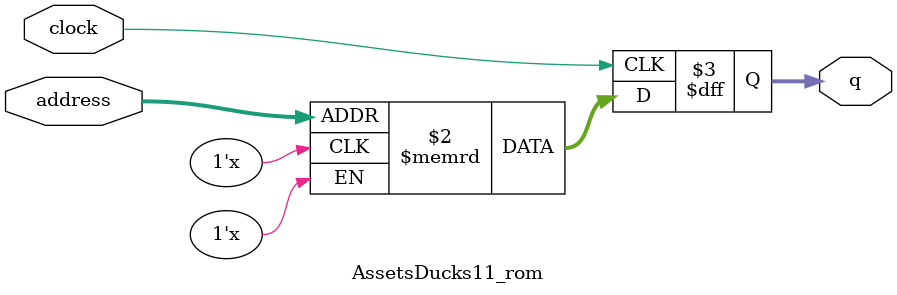
<source format=sv>
module AssetsDucks11_rom (
	input logic clock,
	input logic [11:0] address,
	output logic [3:0] q
);

logic [3:0] memory [0:4095] /* synthesis ram_init_file = "./AssetsDucks11/AssetsDucks11.mif" */;

always_ff @ (posedge clock) begin
	q <= memory[address];
end

endmodule

</source>
